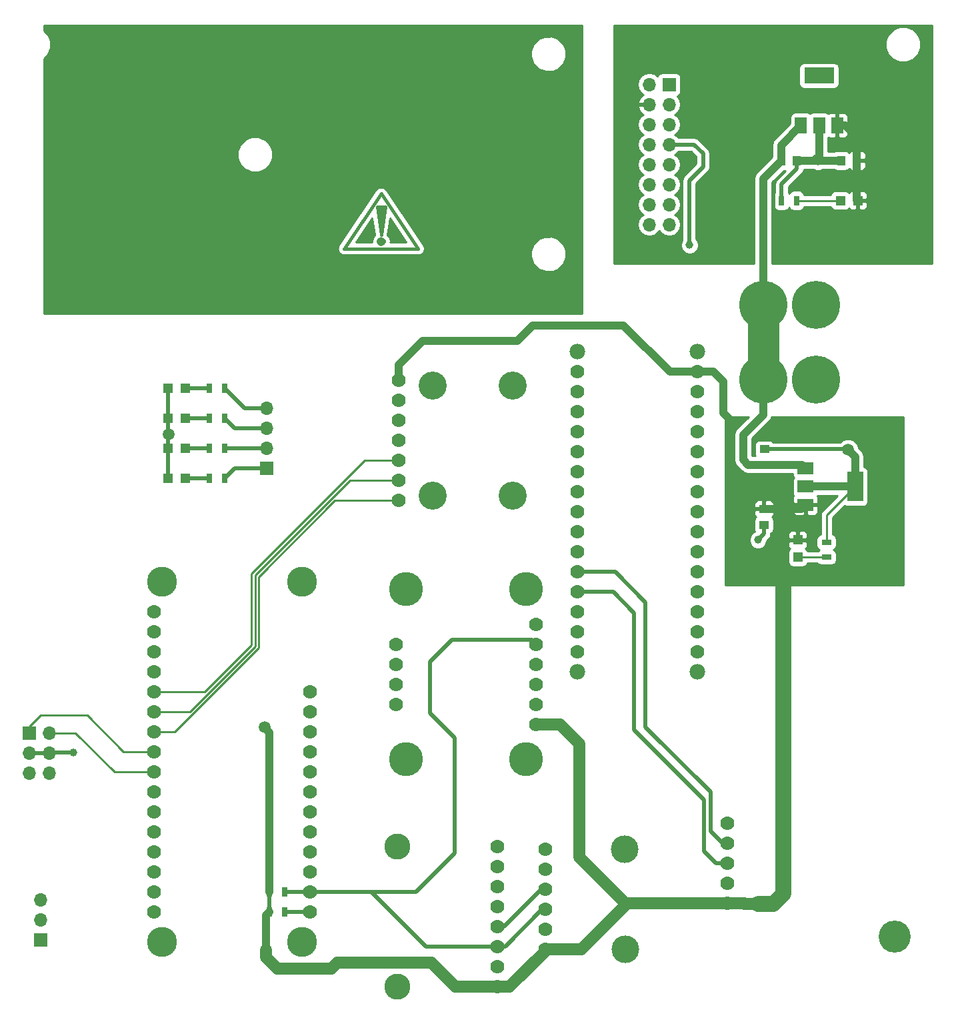
<source format=gtl>
G04 #@! TF.FileFunction,Copper,L1,Top,Signal*
%FSLAX46Y46*%
G04 Gerber Fmt 4.6, Leading zero omitted, Abs format (unit mm)*
G04 Created by KiCad (PCBNEW 4.0.7) date 04/19/18 21:13:34*
%MOMM*%
%LPD*%
G01*
G04 APERTURE LIST*
%ADD10C,0.100000*%
%ADD11C,0.381000*%
%ADD12C,1.778000*%
%ADD13C,3.810000*%
%ADD14C,1.981200*%
%ADD15R,2.000000X3.800000*%
%ADD16R,2.000000X1.500000*%
%ADD17R,1.700000X1.700000*%
%ADD18O,1.700000X1.700000*%
%ADD19R,3.800000X2.000000*%
%ADD20R,1.500000X2.000000*%
%ADD21R,0.700000X1.300000*%
%ADD22R,1.300000X0.700000*%
%ADD23R,1.200000X1.200000*%
%ADD24R,1.000000X1.250000*%
%ADD25R,1.250000X1.000000*%
%ADD26C,6.100000*%
%ADD27C,3.302000*%
%ADD28C,4.064000*%
%ADD29C,3.556000*%
%ADD30C,4.318000*%
%ADD31C,3.500000*%
%ADD32C,1.500000*%
%ADD33C,1.000000*%
%ADD34C,1.000000*%
%ADD35C,4.000000*%
%ADD36C,0.500000*%
%ADD37C,0.250000*%
%ADD38C,1.500000*%
%ADD39C,2.000000*%
%ADD40C,0.254000*%
G04 APERTURE END LIST*
D10*
D11*
X110236000Y-73533000D02*
X114935000Y-80518000D01*
X114935000Y-80518000D02*
X105537000Y-80518000D01*
X105537000Y-80518000D02*
X110236000Y-73533000D01*
X110363000Y-79629000D02*
G75*
G03X110363000Y-79629000I-127000J0D01*
G01*
X110595210Y-79629000D02*
G75*
G03X110595210Y-79629000I-359210J0D01*
G01*
X110236000Y-78740000D02*
X110109000Y-75184000D01*
X110236000Y-78613000D02*
X110363000Y-75184000D01*
X110236000Y-75184000D02*
X110744000Y-75184000D01*
X110744000Y-75184000D02*
X110236000Y-78740000D01*
X110236000Y-78740000D02*
X109728000Y-75184000D01*
X109728000Y-75184000D02*
X110236000Y-75184000D01*
D12*
X81381600Y-126593600D03*
X81381600Y-129133600D03*
X81381600Y-131673600D03*
X81381600Y-134213600D03*
X81381600Y-136753600D03*
X81381600Y-139293600D03*
X81381600Y-141833600D03*
X81381600Y-144373600D03*
X81381600Y-146913600D03*
X81381600Y-149453600D03*
X81381600Y-151993600D03*
X81381600Y-154533600D03*
X81381600Y-157073600D03*
X81381600Y-159613600D03*
X81381600Y-162153600D03*
D13*
X82397600Y-122783600D03*
X100177600Y-122783600D03*
X82397600Y-168503600D03*
X100177600Y-168503600D03*
D12*
X81381600Y-164693600D03*
X101193600Y-164693600D03*
X101193600Y-162153600D03*
X101193600Y-159613600D03*
X101193600Y-157073600D03*
X101193600Y-154533600D03*
X101193600Y-151993600D03*
X101193600Y-149453600D03*
X101193600Y-146913600D03*
X101193600Y-144373600D03*
X101193600Y-141833600D03*
X101193600Y-139293600D03*
X101193600Y-136753600D03*
X150368000Y-131724400D03*
X150368000Y-129184400D03*
X150368000Y-126644400D03*
X150368000Y-124104400D03*
X150368000Y-121564400D03*
X150368000Y-119024400D03*
X150368000Y-116484400D03*
X150368000Y-113944400D03*
X150368000Y-111404400D03*
X150368000Y-108864400D03*
X150368000Y-106324400D03*
X150368000Y-103784400D03*
X150368000Y-101244400D03*
X150368000Y-98704400D03*
X150368000Y-96164400D03*
X135128000Y-96164400D03*
X135128000Y-98704400D03*
X135128000Y-101244400D03*
X135128000Y-103784400D03*
X135128000Y-106324400D03*
X135128000Y-108864400D03*
X135128000Y-111404400D03*
X135128000Y-113944400D03*
X135128000Y-116484400D03*
X135128000Y-119024400D03*
X135128000Y-121564400D03*
X135128000Y-124104400D03*
X135128000Y-126644400D03*
X135128000Y-129184400D03*
X135128000Y-131724400D03*
D14*
X150368000Y-134264400D03*
X135128000Y-134264400D03*
X150368000Y-93624400D03*
X135128000Y-93624400D03*
D15*
X170434400Y-110718600D03*
D16*
X164134400Y-110718600D03*
X164134400Y-113018600D03*
X164134400Y-108418600D03*
D17*
X146812000Y-59690000D03*
D18*
X144272000Y-59690000D03*
X146812000Y-62230000D03*
X144272000Y-62230000D03*
X146812000Y-64770000D03*
X144272000Y-64770000D03*
X146812000Y-67310000D03*
X144272000Y-67310000D03*
X146812000Y-69850000D03*
X144272000Y-69850000D03*
X146812000Y-72390000D03*
X144272000Y-72390000D03*
X146812000Y-74930000D03*
X144272000Y-74930000D03*
X146812000Y-77470000D03*
X144272000Y-77470000D03*
D19*
X165862000Y-58572000D03*
D20*
X165862000Y-64872000D03*
X168162000Y-64872000D03*
X163562000Y-64872000D03*
D21*
X90332600Y-98221800D03*
X88432600Y-98221800D03*
X90332600Y-102031800D03*
X88432600Y-102031800D03*
X90332600Y-105841800D03*
X88432600Y-105841800D03*
X90332600Y-109651800D03*
X88432600Y-109651800D03*
X163002000Y-74422000D03*
X161102000Y-74422000D03*
D22*
X166789100Y-119669600D03*
X166789100Y-117769600D03*
D17*
X95732600Y-108381800D03*
D18*
X95732600Y-105841800D03*
X95732600Y-103301800D03*
X95732600Y-100761800D03*
D23*
X85402600Y-98221800D03*
X83202600Y-98221800D03*
X85402600Y-102031800D03*
X83202600Y-102031800D03*
X85402600Y-105841800D03*
X83202600Y-105841800D03*
X85402600Y-109651800D03*
X83202600Y-109651800D03*
X170772000Y-74422000D03*
X168572000Y-74422000D03*
X163156900Y-117479900D03*
X163156900Y-119679900D03*
D24*
X170672000Y-69342000D03*
X168672000Y-69342000D03*
D25*
X158864300Y-113554000D03*
X158864300Y-115554000D03*
D24*
X161052000Y-69342000D03*
X163052000Y-69342000D03*
D25*
X158915100Y-107959400D03*
X158915100Y-105959400D03*
D26*
X158750000Y-97155000D03*
X165450000Y-97155000D03*
X158750000Y-87630000D03*
X165450000Y-87630000D03*
D17*
X65582800Y-141986000D03*
D18*
X68122800Y-141986000D03*
X65582800Y-144526000D03*
X68122800Y-144526000D03*
X65582800Y-147066000D03*
X68122800Y-147066000D03*
D17*
X67005200Y-168300400D03*
D18*
X67005200Y-165760400D03*
X67005200Y-163220400D03*
D21*
X96078000Y-164693600D03*
X97978000Y-164693600D03*
X96078000Y-162153600D03*
X97978000Y-162153600D03*
D12*
X124968000Y-174180500D03*
X124968000Y-171640500D03*
X124968000Y-169100500D03*
X124968000Y-166560500D03*
X124968000Y-164020500D03*
X124968000Y-161480500D03*
X124968000Y-158940500D03*
X124968000Y-156400500D03*
D27*
X112268000Y-156400500D03*
X112268000Y-174180500D03*
D12*
X154178000Y-153466800D03*
X154178000Y-156006800D03*
X154178000Y-158546800D03*
X154178000Y-161086800D03*
X154178000Y-163626800D03*
D28*
X175463200Y-167843200D03*
D12*
X112471200Y-97256600D03*
X112471200Y-99796600D03*
X112471200Y-102336600D03*
X112471200Y-104876600D03*
X112471200Y-107416600D03*
X112471200Y-109956600D03*
X112471200Y-112496600D03*
D29*
X126949200Y-97891600D03*
X126949200Y-111861600D03*
X116789200Y-97891600D03*
X116789200Y-111861600D03*
D12*
X129946400Y-140893800D03*
X129946400Y-138353800D03*
X129946400Y-135813800D03*
X129946400Y-133273800D03*
X129946400Y-130733800D03*
X129946400Y-128193800D03*
X112166400Y-138353800D03*
X112166400Y-135813800D03*
X112166400Y-133273800D03*
X112166400Y-130733800D03*
D30*
X128676400Y-145338800D03*
X128676400Y-123748800D03*
X113436400Y-123748800D03*
X113436400Y-145338800D03*
D12*
X131064000Y-156768800D03*
X131064000Y-159308800D03*
X131064000Y-161848800D03*
X131064000Y-164388800D03*
X131064000Y-166928800D03*
X131064000Y-169468800D03*
D31*
X141214000Y-156768800D03*
X141224000Y-169468800D03*
D32*
X83286600Y-104063800D03*
D33*
X158115000Y-117475000D03*
D32*
X169545000Y-106045000D03*
X165735000Y-69215000D03*
X95440500Y-141287500D03*
D33*
X71120000Y-144462500D03*
X149415500Y-80073500D03*
D34*
X158750000Y-87630000D02*
X158750000Y-71644000D01*
X158750000Y-71644000D02*
X161052000Y-69342000D01*
D35*
X158750000Y-97155000D02*
X158750000Y-87630000D01*
D34*
X158915100Y-107959400D02*
X156854400Y-107959400D01*
X158750000Y-101600000D02*
X158750000Y-97155000D01*
X156210000Y-104140000D02*
X158750000Y-101600000D01*
X156210000Y-107315000D02*
X156210000Y-104140000D01*
X156854400Y-107959400D02*
X156210000Y-107315000D01*
X158915100Y-107959400D02*
X163675200Y-107959400D01*
X163675200Y-107959400D02*
X164134400Y-108418600D01*
X161052000Y-69342000D02*
X161052000Y-67382000D01*
X161052000Y-67382000D02*
X163562000Y-64872000D01*
D36*
X83202600Y-104317800D02*
X83202600Y-104147800D01*
X83202600Y-104147800D02*
X83286600Y-104063800D01*
X83202600Y-98221800D02*
X83202600Y-102031800D01*
X83202600Y-102031800D02*
X83202600Y-104317800D01*
X83202600Y-104317800D02*
X83202600Y-105841800D01*
X83202600Y-105841800D02*
X83202600Y-109651800D01*
X161102000Y-74422000D02*
X161102000Y-72324000D01*
X163052000Y-70374000D02*
X163052000Y-69342000D01*
X161102000Y-72324000D02*
X163052000Y-70374000D01*
X158864300Y-115554000D02*
X158864300Y-116725700D01*
X158864300Y-116725700D02*
X158115000Y-117475000D01*
X158915100Y-105959400D02*
X169459400Y-105959400D01*
D34*
X170434400Y-106934400D02*
X170434400Y-110718600D01*
X170434400Y-106934400D02*
X169545000Y-106045000D01*
D36*
X169459400Y-105959400D02*
X169545000Y-106045000D01*
D34*
X164134400Y-110718600D02*
X170434400Y-110718600D01*
X168672000Y-69342000D02*
X165862000Y-69342000D01*
X165862000Y-69342000D02*
X165735000Y-69215000D01*
X163052000Y-69342000D02*
X165608000Y-69342000D01*
X165862000Y-69088000D02*
X165735000Y-69215000D01*
X165862000Y-69088000D02*
X165862000Y-64872000D01*
X165608000Y-69342000D02*
X165735000Y-69215000D01*
D37*
X166789100Y-117769600D02*
X166789100Y-114363900D01*
X166789100Y-114363900D02*
X170434400Y-110718600D01*
D38*
X141554200Y-163626800D02*
X141274800Y-163626800D01*
X132956300Y-140893800D02*
X129946400Y-140893800D01*
X135445500Y-143383000D02*
X132956300Y-140893800D01*
X135445500Y-157797500D02*
X135445500Y-143383000D01*
X141274800Y-163626800D02*
X135445500Y-157797500D01*
D34*
X150368000Y-96164400D02*
X152425400Y-96164400D01*
X153670000Y-101346000D02*
X154559000Y-102235000D01*
X153670000Y-97409000D02*
X153670000Y-101346000D01*
X152425400Y-96164400D02*
X153670000Y-97409000D01*
X112471200Y-97256600D02*
X112471200Y-95237300D01*
X146900900Y-96164400D02*
X150368000Y-96164400D01*
X141033500Y-90297000D02*
X146900900Y-96164400D01*
X129476500Y-90297000D02*
X141033500Y-90297000D01*
X127571500Y-92202000D02*
X129476500Y-90297000D01*
X115506500Y-92202000D02*
X127571500Y-92202000D01*
X112471200Y-95237300D02*
X115506500Y-92202000D01*
X96078000Y-162153600D02*
X96078000Y-141925000D01*
X96078000Y-141925000D02*
X95440500Y-141287500D01*
X95631000Y-169545000D02*
X95631000Y-165140600D01*
D38*
X119697500Y-174180500D02*
X116649500Y-171132500D01*
X116649500Y-171132500D02*
X104648000Y-171132500D01*
X104648000Y-171132500D02*
X103886000Y-171894500D01*
X103886000Y-171894500D02*
X97028000Y-171894500D01*
X97028000Y-171894500D02*
X95631000Y-170497500D01*
X95631000Y-170497500D02*
X95631000Y-169545000D01*
X124968000Y-174180500D02*
X119697500Y-174180500D01*
D34*
X95631000Y-165140600D02*
X96078000Y-164693600D01*
D38*
X131064000Y-169468800D02*
X131064000Y-169672000D01*
X131064000Y-169672000D02*
X126555500Y-174180500D01*
X126555500Y-174180500D02*
X124968000Y-174180500D01*
X131064000Y-169468800D02*
X135712200Y-169468800D01*
X135712200Y-169468800D02*
X141554200Y-163626800D01*
X141554200Y-163626800D02*
X154178000Y-163626800D01*
D39*
X160083500Y-163703000D02*
X158115000Y-163703000D01*
D38*
X158115000Y-163703000D02*
X156400500Y-163703000D01*
X156400500Y-163703000D02*
X156324300Y-163626800D01*
X156324300Y-163626800D02*
X154178000Y-163626800D01*
D39*
X161353500Y-162433000D02*
X160083500Y-163703000D01*
X161353500Y-121031000D02*
X161353500Y-162433000D01*
D36*
X141554200Y-163626800D02*
X154178000Y-163626800D01*
X135712200Y-169468800D02*
X141554200Y-163626800D01*
X96078000Y-164693600D02*
X96078000Y-162153600D01*
X65582800Y-144526000D02*
X68122800Y-144526000D01*
X68122800Y-144526000D02*
X68186300Y-144462500D01*
X68186300Y-144462500D02*
X71120000Y-144462500D01*
D37*
X163156900Y-117479900D02*
X163156900Y-115595400D01*
X164134400Y-114617900D02*
X164134400Y-113018600D01*
X163156900Y-115595400D02*
X164134400Y-114617900D01*
D34*
X158864300Y-113554000D02*
X163599000Y-113554000D01*
X163599000Y-113554000D02*
X164134400Y-113018600D01*
X170672000Y-69342000D02*
X170672000Y-73660000D01*
X170672000Y-73660000D02*
X170672000Y-74322000D01*
X170672000Y-74322000D02*
X170772000Y-74422000D01*
X168162000Y-64872000D02*
X169189800Y-64872000D01*
X170672000Y-66354200D02*
X170672000Y-69342000D01*
X169189800Y-64872000D02*
X170672000Y-66354200D01*
D37*
X166789100Y-119669600D02*
X163167200Y-119669600D01*
X163167200Y-119669600D02*
X163156900Y-119679900D01*
X168572000Y-74422000D02*
X163002000Y-74422000D01*
D36*
X88432600Y-109651800D02*
X85402600Y-109651800D01*
X85402600Y-105841800D02*
X88432600Y-105841800D01*
X88432600Y-102031800D02*
X85402600Y-102031800D01*
X85402600Y-98221800D02*
X88432600Y-98221800D01*
D37*
X81381600Y-136753600D02*
X87843104Y-136753600D01*
X108163104Y-107416600D02*
X112471200Y-107416600D01*
X93778496Y-121801208D02*
X108163104Y-107416600D01*
X93778496Y-130818208D02*
X93778496Y-121801208D01*
X87843104Y-136753600D02*
X93778496Y-130818208D01*
X81381600Y-139293600D02*
X85939502Y-139293600D01*
X106259502Y-109956600D02*
X112471200Y-109956600D01*
X94228498Y-121987604D02*
X106259502Y-109956600D01*
X94228498Y-131004604D02*
X94228498Y-121987604D01*
X85939502Y-139293600D02*
X94228498Y-131004604D01*
X81381600Y-141833600D02*
X84035900Y-141833600D01*
X104355900Y-112496600D02*
X112471200Y-112496600D01*
X94678500Y-122174000D02*
X104355900Y-112496600D01*
X94678500Y-131191000D02*
X94678500Y-122174000D01*
X84035900Y-141833600D02*
X94678500Y-131191000D01*
X65582800Y-141986000D02*
X65582800Y-141173200D01*
X65582800Y-141173200D02*
X66992500Y-139763500D01*
X66992500Y-139763500D02*
X72898000Y-139763500D01*
X72898000Y-139763500D02*
X77508100Y-144373600D01*
X77508100Y-144373600D02*
X81381600Y-144373600D01*
X68122800Y-141986000D02*
X71437500Y-141986000D01*
X76365100Y-146913600D02*
X81381600Y-146913600D01*
X71437500Y-141986000D02*
X76365100Y-146913600D01*
D36*
X149987000Y-67310000D02*
X146812000Y-67310000D01*
X151130000Y-68453000D02*
X149987000Y-67310000D01*
X151130000Y-70104000D02*
X151130000Y-68453000D01*
X149352000Y-71882000D02*
X151130000Y-70104000D01*
X149352000Y-80010000D02*
X149352000Y-71882000D01*
X149415500Y-80073500D02*
X149352000Y-80010000D01*
X124968000Y-166560500D02*
X125857000Y-166560500D01*
X125857000Y-166560500D02*
X130568700Y-161848800D01*
X130568700Y-161848800D02*
X131064000Y-161848800D01*
X97978000Y-164693600D02*
X101193600Y-164693600D01*
X109004100Y-162153600D02*
X114642900Y-162153600D01*
X119253000Y-130175000D02*
X129387600Y-130175000D01*
X116459000Y-132969000D02*
X119253000Y-130175000D01*
X116459000Y-139509500D02*
X116459000Y-132969000D01*
X119570500Y-142621000D02*
X116459000Y-139509500D01*
X119570500Y-157226000D02*
X119570500Y-142621000D01*
X114642900Y-162153600D02*
X119570500Y-157226000D01*
X129387600Y-130175000D02*
X129946400Y-130733800D01*
X101193600Y-162153600D02*
X109004100Y-162153600D01*
X115951000Y-169100500D02*
X124968000Y-169100500D01*
X109004100Y-162153600D02*
X115951000Y-169100500D01*
X124968000Y-169100500D02*
X125984000Y-169100500D01*
X125984000Y-169100500D02*
X130695700Y-164388800D01*
X130695700Y-164388800D02*
X131064000Y-164388800D01*
X97978000Y-162153600D02*
X101193600Y-162153600D01*
X95732600Y-108381800D02*
X91602600Y-108381800D01*
X91602600Y-108381800D02*
X90332600Y-109651800D01*
X95732600Y-105841800D02*
X90332600Y-105841800D01*
X95732600Y-103301800D02*
X91602600Y-103301800D01*
X91602600Y-103301800D02*
X90332600Y-102031800D01*
X95732600Y-100761800D02*
X92872600Y-100761800D01*
X92872600Y-100761800D02*
X90332600Y-98221800D01*
X154178000Y-156006800D02*
X153593800Y-156006800D01*
X153593800Y-156006800D02*
X152082500Y-154495500D01*
X152082500Y-154495500D02*
X152082500Y-149479000D01*
X152082500Y-149479000D02*
X143827500Y-141224000D01*
X143827500Y-141224000D02*
X143827500Y-125412500D01*
X143827500Y-125412500D02*
X139979400Y-121564400D01*
X139979400Y-121564400D02*
X135128000Y-121564400D01*
X154178000Y-158546800D02*
X152768300Y-158546800D01*
X139725400Y-124104400D02*
X135128000Y-124104400D01*
X142367000Y-126746000D02*
X139725400Y-124104400D01*
X142367000Y-141605000D02*
X142367000Y-126746000D01*
X151257000Y-150495000D02*
X142367000Y-141605000D01*
X151257000Y-157035500D02*
X151257000Y-150495000D01*
X152768300Y-158546800D02*
X151257000Y-157035500D01*
D40*
G36*
X180213000Y-82423000D02*
X159885000Y-82423000D01*
X159885000Y-72114132D01*
X161384692Y-70614440D01*
X161552000Y-70614440D01*
X161561830Y-70612590D01*
X160476210Y-71698210D01*
X160284367Y-71985325D01*
X160284367Y-71985326D01*
X160216999Y-72324000D01*
X160217000Y-72324005D01*
X160217000Y-73430203D01*
X160155569Y-73520110D01*
X160104560Y-73772000D01*
X160104560Y-75072000D01*
X160148838Y-75307317D01*
X160287910Y-75523441D01*
X160500110Y-75668431D01*
X160752000Y-75719440D01*
X161452000Y-75719440D01*
X161687317Y-75675162D01*
X161903441Y-75536090D01*
X162048431Y-75323890D01*
X162051081Y-75310803D01*
X162187910Y-75523441D01*
X162400110Y-75668431D01*
X162652000Y-75719440D01*
X163352000Y-75719440D01*
X163587317Y-75675162D01*
X163803441Y-75536090D01*
X163948431Y-75323890D01*
X163977164Y-75182000D01*
X167354666Y-75182000D01*
X167368838Y-75257317D01*
X167507910Y-75473441D01*
X167720110Y-75618431D01*
X167972000Y-75669440D01*
X169172000Y-75669440D01*
X169407317Y-75625162D01*
X169623441Y-75486090D01*
X169669969Y-75417994D01*
X169812302Y-75560327D01*
X170045691Y-75657000D01*
X170486250Y-75657000D01*
X170645000Y-75498250D01*
X170645000Y-74549000D01*
X170899000Y-74549000D01*
X170899000Y-75498250D01*
X171057750Y-75657000D01*
X171498309Y-75657000D01*
X171731698Y-75560327D01*
X171910327Y-75381699D01*
X172007000Y-75148310D01*
X172007000Y-74707750D01*
X171848250Y-74549000D01*
X170899000Y-74549000D01*
X170645000Y-74549000D01*
X170625000Y-74549000D01*
X170625000Y-74295000D01*
X170645000Y-74295000D01*
X170645000Y-73345750D01*
X170899000Y-73345750D01*
X170899000Y-74295000D01*
X171848250Y-74295000D01*
X172007000Y-74136250D01*
X172007000Y-73695690D01*
X171910327Y-73462301D01*
X171731698Y-73283673D01*
X171498309Y-73187000D01*
X171057750Y-73187000D01*
X170899000Y-73345750D01*
X170645000Y-73345750D01*
X170486250Y-73187000D01*
X170045691Y-73187000D01*
X169812302Y-73283673D01*
X169671064Y-73424910D01*
X169636090Y-73370559D01*
X169423890Y-73225569D01*
X169172000Y-73174560D01*
X167972000Y-73174560D01*
X167736683Y-73218838D01*
X167520559Y-73357910D01*
X167375569Y-73570110D01*
X167356961Y-73662000D01*
X163978742Y-73662000D01*
X163955162Y-73536683D01*
X163816090Y-73320559D01*
X163603890Y-73175569D01*
X163352000Y-73124560D01*
X162652000Y-73124560D01*
X162416683Y-73168838D01*
X162200559Y-73307910D01*
X162055569Y-73520110D01*
X162052919Y-73533197D01*
X161987000Y-73430756D01*
X161987000Y-72690580D01*
X163677787Y-70999792D01*
X163677790Y-70999790D01*
X163869633Y-70712675D01*
X163914225Y-70488499D01*
X163932095Y-70477000D01*
X165162662Y-70477000D01*
X165458298Y-70599759D01*
X166009285Y-70600240D01*
X166307549Y-70477000D01*
X167793614Y-70477000D01*
X167920110Y-70563431D01*
X168172000Y-70614440D01*
X169172000Y-70614440D01*
X169407317Y-70570162D01*
X169623441Y-70431090D01*
X169669969Y-70362994D01*
X169812302Y-70505327D01*
X170045691Y-70602000D01*
X170386250Y-70602000D01*
X170545000Y-70443250D01*
X170545000Y-69469000D01*
X170799000Y-69469000D01*
X170799000Y-70443250D01*
X170957750Y-70602000D01*
X171298309Y-70602000D01*
X171531698Y-70505327D01*
X171710327Y-70326699D01*
X171807000Y-70093310D01*
X171807000Y-69627750D01*
X171648250Y-69469000D01*
X170799000Y-69469000D01*
X170545000Y-69469000D01*
X170525000Y-69469000D01*
X170525000Y-69215000D01*
X170545000Y-69215000D01*
X170545000Y-68240750D01*
X170799000Y-68240750D01*
X170799000Y-69215000D01*
X171648250Y-69215000D01*
X171807000Y-69056250D01*
X171807000Y-68590690D01*
X171710327Y-68357301D01*
X171531698Y-68178673D01*
X171298309Y-68082000D01*
X170957750Y-68082000D01*
X170799000Y-68240750D01*
X170545000Y-68240750D01*
X170386250Y-68082000D01*
X170045691Y-68082000D01*
X169812302Y-68178673D01*
X169671064Y-68319910D01*
X169636090Y-68265559D01*
X169423890Y-68120569D01*
X169172000Y-68069560D01*
X168172000Y-68069560D01*
X167936683Y-68113838D01*
X167791905Y-68207000D01*
X166997000Y-68207000D01*
X166997000Y-66378844D01*
X167011492Y-66369518D01*
X167052301Y-66410327D01*
X167285690Y-66507000D01*
X167876250Y-66507000D01*
X168035000Y-66348250D01*
X168035000Y-64999000D01*
X168289000Y-64999000D01*
X168289000Y-66348250D01*
X168447750Y-66507000D01*
X169038310Y-66507000D01*
X169271699Y-66410327D01*
X169450327Y-66231698D01*
X169547000Y-65998309D01*
X169547000Y-65157750D01*
X169388250Y-64999000D01*
X168289000Y-64999000D01*
X168035000Y-64999000D01*
X168015000Y-64999000D01*
X168015000Y-64745000D01*
X168035000Y-64745000D01*
X168035000Y-63395750D01*
X168289000Y-63395750D01*
X168289000Y-64745000D01*
X169388250Y-64745000D01*
X169547000Y-64586250D01*
X169547000Y-63745691D01*
X169450327Y-63512302D01*
X169271699Y-63333673D01*
X169038310Y-63237000D01*
X168447750Y-63237000D01*
X168289000Y-63395750D01*
X168035000Y-63395750D01*
X167876250Y-63237000D01*
X167285690Y-63237000D01*
X167052301Y-63333673D01*
X167010340Y-63375634D01*
X166863890Y-63275569D01*
X166612000Y-63224560D01*
X165112000Y-63224560D01*
X164876683Y-63268838D01*
X164710523Y-63375759D01*
X164563890Y-63275569D01*
X164312000Y-63224560D01*
X162812000Y-63224560D01*
X162576683Y-63268838D01*
X162360559Y-63407910D01*
X162215569Y-63620110D01*
X162164560Y-63872000D01*
X162164560Y-64664308D01*
X160249434Y-66579434D01*
X160003397Y-66947654D01*
X159917000Y-67382000D01*
X159917000Y-68655569D01*
X159904560Y-68717000D01*
X159904560Y-68884308D01*
X157947434Y-70841434D01*
X157701397Y-71209654D01*
X157615000Y-71644000D01*
X157615000Y-82423000D01*
X139827000Y-82423000D01*
X139827000Y-59690000D01*
X142757907Y-59690000D01*
X142870946Y-60258285D01*
X143192853Y-60740054D01*
X143533553Y-60967702D01*
X143390642Y-61034817D01*
X143000355Y-61463076D01*
X142830524Y-61873110D01*
X142951845Y-62103000D01*
X144145000Y-62103000D01*
X144145000Y-62083000D01*
X144399000Y-62083000D01*
X144399000Y-62103000D01*
X144419000Y-62103000D01*
X144419000Y-62357000D01*
X144399000Y-62357000D01*
X144399000Y-62377000D01*
X144145000Y-62377000D01*
X144145000Y-62357000D01*
X142951845Y-62357000D01*
X142830524Y-62586890D01*
X143000355Y-62996924D01*
X143390642Y-63425183D01*
X143533553Y-63492298D01*
X143192853Y-63719946D01*
X142870946Y-64201715D01*
X142757907Y-64770000D01*
X142870946Y-65338285D01*
X143192853Y-65820054D01*
X143522026Y-66040000D01*
X143192853Y-66259946D01*
X142870946Y-66741715D01*
X142757907Y-67310000D01*
X142870946Y-67878285D01*
X143192853Y-68360054D01*
X143522026Y-68580000D01*
X143192853Y-68799946D01*
X142870946Y-69281715D01*
X142757907Y-69850000D01*
X142870946Y-70418285D01*
X143192853Y-70900054D01*
X143522026Y-71120000D01*
X143192853Y-71339946D01*
X142870946Y-71821715D01*
X142757907Y-72390000D01*
X142870946Y-72958285D01*
X143192853Y-73440054D01*
X143522026Y-73660000D01*
X143192853Y-73879946D01*
X142870946Y-74361715D01*
X142757907Y-74930000D01*
X142870946Y-75498285D01*
X143192853Y-75980054D01*
X143522026Y-76200000D01*
X143192853Y-76419946D01*
X142870946Y-76901715D01*
X142757907Y-77470000D01*
X142870946Y-78038285D01*
X143192853Y-78520054D01*
X143674622Y-78841961D01*
X144242907Y-78955000D01*
X144301093Y-78955000D01*
X144869378Y-78841961D01*
X145351147Y-78520054D01*
X145542000Y-78234422D01*
X145732853Y-78520054D01*
X146214622Y-78841961D01*
X146782907Y-78955000D01*
X146841093Y-78955000D01*
X147409378Y-78841961D01*
X147891147Y-78520054D01*
X148213054Y-78038285D01*
X148326093Y-77470000D01*
X148213054Y-76901715D01*
X147891147Y-76419946D01*
X147561974Y-76200000D01*
X147891147Y-75980054D01*
X148213054Y-75498285D01*
X148326093Y-74930000D01*
X148213054Y-74361715D01*
X147891147Y-73879946D01*
X147561974Y-73660000D01*
X147891147Y-73440054D01*
X148213054Y-72958285D01*
X148326093Y-72390000D01*
X148213054Y-71821715D01*
X147891147Y-71339946D01*
X147561974Y-71120000D01*
X147891147Y-70900054D01*
X148213054Y-70418285D01*
X148326093Y-69850000D01*
X148213054Y-69281715D01*
X147891147Y-68799946D01*
X147561974Y-68580000D01*
X147891147Y-68360054D01*
X148001432Y-68195000D01*
X149620420Y-68195000D01*
X150245000Y-68819579D01*
X150245000Y-69737421D01*
X148726210Y-71256210D01*
X148534367Y-71543325D01*
X148534367Y-71543326D01*
X148466999Y-71882000D01*
X148467000Y-71882005D01*
X148467000Y-79416613D01*
X148453855Y-79429735D01*
X148280697Y-79846744D01*
X148280303Y-80298275D01*
X148452733Y-80715586D01*
X148771735Y-81035145D01*
X149188744Y-81208303D01*
X149640275Y-81208697D01*
X150057586Y-81036267D01*
X150377145Y-80717265D01*
X150550303Y-80300256D01*
X150550697Y-79848725D01*
X150378267Y-79431414D01*
X150237000Y-79289900D01*
X150237000Y-72248580D01*
X151755787Y-70729792D01*
X151755790Y-70729790D01*
X151947633Y-70442675D01*
X151983253Y-70263603D01*
X152015001Y-70104000D01*
X152015000Y-70103995D01*
X152015000Y-68453005D01*
X152015001Y-68453000D01*
X151947633Y-68114325D01*
X151897568Y-68039397D01*
X151755790Y-67827210D01*
X151755787Y-67827208D01*
X150612790Y-66684210D01*
X150325675Y-66492367D01*
X150269484Y-66481190D01*
X149987000Y-66424999D01*
X149986995Y-66425000D01*
X148001432Y-66425000D01*
X147891147Y-66259946D01*
X147561974Y-66040000D01*
X147891147Y-65820054D01*
X148213054Y-65338285D01*
X148326093Y-64770000D01*
X148213054Y-64201715D01*
X147891147Y-63719946D01*
X147561974Y-63500000D01*
X147891147Y-63280054D01*
X148213054Y-62798285D01*
X148326093Y-62230000D01*
X148213054Y-61661715D01*
X147891147Y-61179946D01*
X147849548Y-61152150D01*
X147897317Y-61143162D01*
X148113441Y-61004090D01*
X148258431Y-60791890D01*
X148309440Y-60540000D01*
X148309440Y-58840000D01*
X148265162Y-58604683D01*
X148126090Y-58388559D01*
X147913890Y-58243569D01*
X147662000Y-58192560D01*
X145962000Y-58192560D01*
X145726683Y-58236838D01*
X145510559Y-58375910D01*
X145365569Y-58588110D01*
X145354159Y-58644454D01*
X145351147Y-58639946D01*
X144869378Y-58318039D01*
X144301093Y-58205000D01*
X144242907Y-58205000D01*
X143674622Y-58318039D01*
X143192853Y-58639946D01*
X142870946Y-59121715D01*
X142757907Y-59690000D01*
X139827000Y-59690000D01*
X139827000Y-57572000D01*
X163314560Y-57572000D01*
X163314560Y-59572000D01*
X163358838Y-59807317D01*
X163497910Y-60023441D01*
X163710110Y-60168431D01*
X163962000Y-60219440D01*
X167762000Y-60219440D01*
X167997317Y-60175162D01*
X168213441Y-60036090D01*
X168358431Y-59823890D01*
X168409440Y-59572000D01*
X168409440Y-57572000D01*
X168365162Y-57336683D01*
X168226090Y-57120559D01*
X168013890Y-56975569D01*
X167762000Y-56924560D01*
X163962000Y-56924560D01*
X163726683Y-56968838D01*
X163510559Y-57107910D01*
X163365569Y-57320110D01*
X163314560Y-57572000D01*
X139827000Y-57572000D01*
X139827000Y-55052619D01*
X174294613Y-55052619D01*
X174634155Y-55874372D01*
X175262321Y-56503636D01*
X176083481Y-56844611D01*
X176972619Y-56845387D01*
X177794372Y-56505845D01*
X178423636Y-55877679D01*
X178764611Y-55056519D01*
X178765387Y-54167381D01*
X178425845Y-53345628D01*
X177797679Y-52716364D01*
X176976519Y-52375389D01*
X176087381Y-52374613D01*
X175265628Y-52714155D01*
X174636364Y-53342321D01*
X174295389Y-54163481D01*
X174294613Y-55052619D01*
X139827000Y-55052619D01*
X139827000Y-52197000D01*
X180213000Y-52197000D01*
X180213000Y-82423000D01*
X180213000Y-82423000D01*
G37*
X180213000Y-82423000D02*
X159885000Y-82423000D01*
X159885000Y-72114132D01*
X161384692Y-70614440D01*
X161552000Y-70614440D01*
X161561830Y-70612590D01*
X160476210Y-71698210D01*
X160284367Y-71985325D01*
X160284367Y-71985326D01*
X160216999Y-72324000D01*
X160217000Y-72324005D01*
X160217000Y-73430203D01*
X160155569Y-73520110D01*
X160104560Y-73772000D01*
X160104560Y-75072000D01*
X160148838Y-75307317D01*
X160287910Y-75523441D01*
X160500110Y-75668431D01*
X160752000Y-75719440D01*
X161452000Y-75719440D01*
X161687317Y-75675162D01*
X161903441Y-75536090D01*
X162048431Y-75323890D01*
X162051081Y-75310803D01*
X162187910Y-75523441D01*
X162400110Y-75668431D01*
X162652000Y-75719440D01*
X163352000Y-75719440D01*
X163587317Y-75675162D01*
X163803441Y-75536090D01*
X163948431Y-75323890D01*
X163977164Y-75182000D01*
X167354666Y-75182000D01*
X167368838Y-75257317D01*
X167507910Y-75473441D01*
X167720110Y-75618431D01*
X167972000Y-75669440D01*
X169172000Y-75669440D01*
X169407317Y-75625162D01*
X169623441Y-75486090D01*
X169669969Y-75417994D01*
X169812302Y-75560327D01*
X170045691Y-75657000D01*
X170486250Y-75657000D01*
X170645000Y-75498250D01*
X170645000Y-74549000D01*
X170899000Y-74549000D01*
X170899000Y-75498250D01*
X171057750Y-75657000D01*
X171498309Y-75657000D01*
X171731698Y-75560327D01*
X171910327Y-75381699D01*
X172007000Y-75148310D01*
X172007000Y-74707750D01*
X171848250Y-74549000D01*
X170899000Y-74549000D01*
X170645000Y-74549000D01*
X170625000Y-74549000D01*
X170625000Y-74295000D01*
X170645000Y-74295000D01*
X170645000Y-73345750D01*
X170899000Y-73345750D01*
X170899000Y-74295000D01*
X171848250Y-74295000D01*
X172007000Y-74136250D01*
X172007000Y-73695690D01*
X171910327Y-73462301D01*
X171731698Y-73283673D01*
X171498309Y-73187000D01*
X171057750Y-73187000D01*
X170899000Y-73345750D01*
X170645000Y-73345750D01*
X170486250Y-73187000D01*
X170045691Y-73187000D01*
X169812302Y-73283673D01*
X169671064Y-73424910D01*
X169636090Y-73370559D01*
X169423890Y-73225569D01*
X169172000Y-73174560D01*
X167972000Y-73174560D01*
X167736683Y-73218838D01*
X167520559Y-73357910D01*
X167375569Y-73570110D01*
X167356961Y-73662000D01*
X163978742Y-73662000D01*
X163955162Y-73536683D01*
X163816090Y-73320559D01*
X163603890Y-73175569D01*
X163352000Y-73124560D01*
X162652000Y-73124560D01*
X162416683Y-73168838D01*
X162200559Y-73307910D01*
X162055569Y-73520110D01*
X162052919Y-73533197D01*
X161987000Y-73430756D01*
X161987000Y-72690580D01*
X163677787Y-70999792D01*
X163677790Y-70999790D01*
X163869633Y-70712675D01*
X163914225Y-70488499D01*
X163932095Y-70477000D01*
X165162662Y-70477000D01*
X165458298Y-70599759D01*
X166009285Y-70600240D01*
X166307549Y-70477000D01*
X167793614Y-70477000D01*
X167920110Y-70563431D01*
X168172000Y-70614440D01*
X169172000Y-70614440D01*
X169407317Y-70570162D01*
X169623441Y-70431090D01*
X169669969Y-70362994D01*
X169812302Y-70505327D01*
X170045691Y-70602000D01*
X170386250Y-70602000D01*
X170545000Y-70443250D01*
X170545000Y-69469000D01*
X170799000Y-69469000D01*
X170799000Y-70443250D01*
X170957750Y-70602000D01*
X171298309Y-70602000D01*
X171531698Y-70505327D01*
X171710327Y-70326699D01*
X171807000Y-70093310D01*
X171807000Y-69627750D01*
X171648250Y-69469000D01*
X170799000Y-69469000D01*
X170545000Y-69469000D01*
X170525000Y-69469000D01*
X170525000Y-69215000D01*
X170545000Y-69215000D01*
X170545000Y-68240750D01*
X170799000Y-68240750D01*
X170799000Y-69215000D01*
X171648250Y-69215000D01*
X171807000Y-69056250D01*
X171807000Y-68590690D01*
X171710327Y-68357301D01*
X171531698Y-68178673D01*
X171298309Y-68082000D01*
X170957750Y-68082000D01*
X170799000Y-68240750D01*
X170545000Y-68240750D01*
X170386250Y-68082000D01*
X170045691Y-68082000D01*
X169812302Y-68178673D01*
X169671064Y-68319910D01*
X169636090Y-68265559D01*
X169423890Y-68120569D01*
X169172000Y-68069560D01*
X168172000Y-68069560D01*
X167936683Y-68113838D01*
X167791905Y-68207000D01*
X166997000Y-68207000D01*
X166997000Y-66378844D01*
X167011492Y-66369518D01*
X167052301Y-66410327D01*
X167285690Y-66507000D01*
X167876250Y-66507000D01*
X168035000Y-66348250D01*
X168035000Y-64999000D01*
X168289000Y-64999000D01*
X168289000Y-66348250D01*
X168447750Y-66507000D01*
X169038310Y-66507000D01*
X169271699Y-66410327D01*
X169450327Y-66231698D01*
X169547000Y-65998309D01*
X169547000Y-65157750D01*
X169388250Y-64999000D01*
X168289000Y-64999000D01*
X168035000Y-64999000D01*
X168015000Y-64999000D01*
X168015000Y-64745000D01*
X168035000Y-64745000D01*
X168035000Y-63395750D01*
X168289000Y-63395750D01*
X168289000Y-64745000D01*
X169388250Y-64745000D01*
X169547000Y-64586250D01*
X169547000Y-63745691D01*
X169450327Y-63512302D01*
X169271699Y-63333673D01*
X169038310Y-63237000D01*
X168447750Y-63237000D01*
X168289000Y-63395750D01*
X168035000Y-63395750D01*
X167876250Y-63237000D01*
X167285690Y-63237000D01*
X167052301Y-63333673D01*
X167010340Y-63375634D01*
X166863890Y-63275569D01*
X166612000Y-63224560D01*
X165112000Y-63224560D01*
X164876683Y-63268838D01*
X164710523Y-63375759D01*
X164563890Y-63275569D01*
X164312000Y-63224560D01*
X162812000Y-63224560D01*
X162576683Y-63268838D01*
X162360559Y-63407910D01*
X162215569Y-63620110D01*
X162164560Y-63872000D01*
X162164560Y-64664308D01*
X160249434Y-66579434D01*
X160003397Y-66947654D01*
X159917000Y-67382000D01*
X159917000Y-68655569D01*
X159904560Y-68717000D01*
X159904560Y-68884308D01*
X157947434Y-70841434D01*
X157701397Y-71209654D01*
X157615000Y-71644000D01*
X157615000Y-82423000D01*
X139827000Y-82423000D01*
X139827000Y-59690000D01*
X142757907Y-59690000D01*
X142870946Y-60258285D01*
X143192853Y-60740054D01*
X143533553Y-60967702D01*
X143390642Y-61034817D01*
X143000355Y-61463076D01*
X142830524Y-61873110D01*
X142951845Y-62103000D01*
X144145000Y-62103000D01*
X144145000Y-62083000D01*
X144399000Y-62083000D01*
X144399000Y-62103000D01*
X144419000Y-62103000D01*
X144419000Y-62357000D01*
X144399000Y-62357000D01*
X144399000Y-62377000D01*
X144145000Y-62377000D01*
X144145000Y-62357000D01*
X142951845Y-62357000D01*
X142830524Y-62586890D01*
X143000355Y-62996924D01*
X143390642Y-63425183D01*
X143533553Y-63492298D01*
X143192853Y-63719946D01*
X142870946Y-64201715D01*
X142757907Y-64770000D01*
X142870946Y-65338285D01*
X143192853Y-65820054D01*
X143522026Y-66040000D01*
X143192853Y-66259946D01*
X142870946Y-66741715D01*
X142757907Y-67310000D01*
X142870946Y-67878285D01*
X143192853Y-68360054D01*
X143522026Y-68580000D01*
X143192853Y-68799946D01*
X142870946Y-69281715D01*
X142757907Y-69850000D01*
X142870946Y-70418285D01*
X143192853Y-70900054D01*
X143522026Y-71120000D01*
X143192853Y-71339946D01*
X142870946Y-71821715D01*
X142757907Y-72390000D01*
X142870946Y-72958285D01*
X143192853Y-73440054D01*
X143522026Y-73660000D01*
X143192853Y-73879946D01*
X142870946Y-74361715D01*
X142757907Y-74930000D01*
X142870946Y-75498285D01*
X143192853Y-75980054D01*
X143522026Y-76200000D01*
X143192853Y-76419946D01*
X142870946Y-76901715D01*
X142757907Y-77470000D01*
X142870946Y-78038285D01*
X143192853Y-78520054D01*
X143674622Y-78841961D01*
X144242907Y-78955000D01*
X144301093Y-78955000D01*
X144869378Y-78841961D01*
X145351147Y-78520054D01*
X145542000Y-78234422D01*
X145732853Y-78520054D01*
X146214622Y-78841961D01*
X146782907Y-78955000D01*
X146841093Y-78955000D01*
X147409378Y-78841961D01*
X147891147Y-78520054D01*
X148213054Y-78038285D01*
X148326093Y-77470000D01*
X148213054Y-76901715D01*
X147891147Y-76419946D01*
X147561974Y-76200000D01*
X147891147Y-75980054D01*
X148213054Y-75498285D01*
X148326093Y-74930000D01*
X148213054Y-74361715D01*
X147891147Y-73879946D01*
X147561974Y-73660000D01*
X147891147Y-73440054D01*
X148213054Y-72958285D01*
X148326093Y-72390000D01*
X148213054Y-71821715D01*
X147891147Y-71339946D01*
X147561974Y-71120000D01*
X147891147Y-70900054D01*
X148213054Y-70418285D01*
X148326093Y-69850000D01*
X148213054Y-69281715D01*
X147891147Y-68799946D01*
X147561974Y-68580000D01*
X147891147Y-68360054D01*
X148001432Y-68195000D01*
X149620420Y-68195000D01*
X150245000Y-68819579D01*
X150245000Y-69737421D01*
X148726210Y-71256210D01*
X148534367Y-71543325D01*
X148534367Y-71543326D01*
X148466999Y-71882000D01*
X148467000Y-71882005D01*
X148467000Y-79416613D01*
X148453855Y-79429735D01*
X148280697Y-79846744D01*
X148280303Y-80298275D01*
X148452733Y-80715586D01*
X148771735Y-81035145D01*
X149188744Y-81208303D01*
X149640275Y-81208697D01*
X150057586Y-81036267D01*
X150377145Y-80717265D01*
X150550303Y-80300256D01*
X150550697Y-79848725D01*
X150378267Y-79431414D01*
X150237000Y-79289900D01*
X150237000Y-72248580D01*
X151755787Y-70729792D01*
X151755790Y-70729790D01*
X151947633Y-70442675D01*
X151983253Y-70263603D01*
X152015001Y-70104000D01*
X152015000Y-70103995D01*
X152015000Y-68453005D01*
X152015001Y-68453000D01*
X151947633Y-68114325D01*
X151897568Y-68039397D01*
X151755790Y-67827210D01*
X151755787Y-67827208D01*
X150612790Y-66684210D01*
X150325675Y-66492367D01*
X150269484Y-66481190D01*
X149987000Y-66424999D01*
X149986995Y-66425000D01*
X148001432Y-66425000D01*
X147891147Y-66259946D01*
X147561974Y-66040000D01*
X147891147Y-65820054D01*
X148213054Y-65338285D01*
X148326093Y-64770000D01*
X148213054Y-64201715D01*
X147891147Y-63719946D01*
X147561974Y-63500000D01*
X147891147Y-63280054D01*
X148213054Y-62798285D01*
X148326093Y-62230000D01*
X148213054Y-61661715D01*
X147891147Y-61179946D01*
X147849548Y-61152150D01*
X147897317Y-61143162D01*
X148113441Y-61004090D01*
X148258431Y-60791890D01*
X148309440Y-60540000D01*
X148309440Y-58840000D01*
X148265162Y-58604683D01*
X148126090Y-58388559D01*
X147913890Y-58243569D01*
X147662000Y-58192560D01*
X145962000Y-58192560D01*
X145726683Y-58236838D01*
X145510559Y-58375910D01*
X145365569Y-58588110D01*
X145354159Y-58644454D01*
X145351147Y-58639946D01*
X144869378Y-58318039D01*
X144301093Y-58205000D01*
X144242907Y-58205000D01*
X143674622Y-58318039D01*
X143192853Y-58639946D01*
X142870946Y-59121715D01*
X142757907Y-59690000D01*
X139827000Y-59690000D01*
X139827000Y-57572000D01*
X163314560Y-57572000D01*
X163314560Y-59572000D01*
X163358838Y-59807317D01*
X163497910Y-60023441D01*
X163710110Y-60168431D01*
X163962000Y-60219440D01*
X167762000Y-60219440D01*
X167997317Y-60175162D01*
X168213441Y-60036090D01*
X168358431Y-59823890D01*
X168409440Y-59572000D01*
X168409440Y-57572000D01*
X168365162Y-57336683D01*
X168226090Y-57120559D01*
X168013890Y-56975569D01*
X167762000Y-56924560D01*
X163962000Y-56924560D01*
X163726683Y-56968838D01*
X163510559Y-57107910D01*
X163365569Y-57320110D01*
X163314560Y-57572000D01*
X139827000Y-57572000D01*
X139827000Y-55052619D01*
X174294613Y-55052619D01*
X174634155Y-55874372D01*
X175262321Y-56503636D01*
X176083481Y-56844611D01*
X176972619Y-56845387D01*
X177794372Y-56505845D01*
X178423636Y-55877679D01*
X178764611Y-55056519D01*
X178765387Y-54167381D01*
X178425845Y-53345628D01*
X177797679Y-52716364D01*
X176976519Y-52375389D01*
X176087381Y-52374613D01*
X175265628Y-52714155D01*
X174636364Y-53342321D01*
X174295389Y-54163481D01*
X174294613Y-55052619D01*
X139827000Y-55052619D01*
X139827000Y-52197000D01*
X180213000Y-52197000D01*
X180213000Y-82423000D01*
G36*
X155407434Y-103337434D02*
X155161397Y-103705654D01*
X155075000Y-104140000D01*
X155075000Y-107315000D01*
X155161397Y-107749346D01*
X155407434Y-108117566D01*
X156051834Y-108761966D01*
X156420054Y-109008003D01*
X156854400Y-109094400D01*
X158228669Y-109094400D01*
X158290100Y-109106840D01*
X159540100Y-109106840D01*
X159606213Y-109094400D01*
X162486960Y-109094400D01*
X162486960Y-109168600D01*
X162531238Y-109403917D01*
X162638159Y-109570077D01*
X162537969Y-109716710D01*
X162486960Y-109968600D01*
X162486960Y-111468600D01*
X162531238Y-111703917D01*
X162636882Y-111868092D01*
X162596073Y-111908901D01*
X162499400Y-112142290D01*
X162499400Y-112732850D01*
X162658150Y-112891600D01*
X164007400Y-112891600D01*
X164007400Y-112871600D01*
X164261400Y-112871600D01*
X164261400Y-112891600D01*
X165610650Y-112891600D01*
X165769400Y-112732850D01*
X165769400Y-112142290D01*
X165672727Y-111908901D01*
X165630766Y-111866940D01*
X165639881Y-111853600D01*
X168224598Y-111853600D01*
X166251699Y-113826499D01*
X166086952Y-114073061D01*
X166029100Y-114363900D01*
X166029100Y-116792858D01*
X165903783Y-116816438D01*
X165687659Y-116955510D01*
X165542669Y-117167710D01*
X165491660Y-117419600D01*
X165491660Y-118119600D01*
X165535938Y-118354917D01*
X165675010Y-118571041D01*
X165887210Y-118716031D01*
X165900297Y-118718681D01*
X165687659Y-118855510D01*
X165650701Y-118909600D01*
X164372296Y-118909600D01*
X164360062Y-118844583D01*
X164220990Y-118628459D01*
X164152894Y-118581931D01*
X164295227Y-118439598D01*
X164391900Y-118206209D01*
X164391900Y-117765650D01*
X164233150Y-117606900D01*
X163283900Y-117606900D01*
X163283900Y-117626900D01*
X163029900Y-117626900D01*
X163029900Y-117606900D01*
X162080650Y-117606900D01*
X161921900Y-117765650D01*
X161921900Y-118206209D01*
X162018573Y-118439598D01*
X162159810Y-118580836D01*
X162105459Y-118615810D01*
X161960469Y-118828010D01*
X161909460Y-119079900D01*
X161909460Y-120279900D01*
X161953738Y-120515217D01*
X162092810Y-120731341D01*
X162305010Y-120876331D01*
X162556900Y-120927340D01*
X163756900Y-120927340D01*
X163992217Y-120883062D01*
X164208341Y-120743990D01*
X164353331Y-120531790D01*
X164374025Y-120429600D01*
X165648343Y-120429600D01*
X165675010Y-120471041D01*
X165887210Y-120616031D01*
X166139100Y-120667040D01*
X167439100Y-120667040D01*
X167674417Y-120622762D01*
X167890541Y-120483690D01*
X168035531Y-120271490D01*
X168086540Y-120019600D01*
X168086540Y-119319600D01*
X168042262Y-119084283D01*
X167903190Y-118868159D01*
X167690990Y-118723169D01*
X167677903Y-118720519D01*
X167890541Y-118583690D01*
X168035531Y-118371490D01*
X168086540Y-118119600D01*
X168086540Y-117419600D01*
X168042262Y-117184283D01*
X167903190Y-116968159D01*
X167690990Y-116823169D01*
X167549100Y-116794436D01*
X167549100Y-114678702D01*
X169081671Y-113146131D01*
X169182510Y-113215031D01*
X169434400Y-113266040D01*
X171434400Y-113266040D01*
X171669717Y-113221762D01*
X171885841Y-113082690D01*
X172030831Y-112870490D01*
X172081840Y-112618600D01*
X172081840Y-108818600D01*
X172037562Y-108583283D01*
X171898490Y-108367159D01*
X171686290Y-108222169D01*
X171569400Y-108198498D01*
X171569400Y-106934400D01*
X171564705Y-106910797D01*
X171483004Y-106500055D01*
X171236967Y-106131834D01*
X170930193Y-105825060D01*
X170930240Y-105770715D01*
X170719831Y-105261485D01*
X170330564Y-104871539D01*
X169821702Y-104660241D01*
X169270715Y-104659760D01*
X168761485Y-104870169D01*
X168556898Y-105074400D01*
X160046944Y-105074400D01*
X160004190Y-105007959D01*
X159791990Y-104862969D01*
X159540100Y-104811960D01*
X158290100Y-104811960D01*
X158054783Y-104856238D01*
X157838659Y-104995310D01*
X157693669Y-105207510D01*
X157642660Y-105459400D01*
X157642660Y-106459400D01*
X157686938Y-106694717D01*
X157770387Y-106824400D01*
X157345000Y-106824400D01*
X157345000Y-104610132D01*
X159552566Y-102402567D01*
X159798603Y-102034346D01*
X159834476Y-101854000D01*
X176530000Y-101854000D01*
X176530000Y-123190000D01*
X153924000Y-123190000D01*
X153924000Y-117699775D01*
X156979803Y-117699775D01*
X157152233Y-118117086D01*
X157471235Y-118436645D01*
X157888244Y-118609803D01*
X158339775Y-118610197D01*
X158757086Y-118437767D01*
X159076645Y-118118765D01*
X159249803Y-117701756D01*
X159249899Y-117591680D01*
X159490087Y-117351492D01*
X159490090Y-117351490D01*
X159681933Y-117064375D01*
X159703588Y-116955510D01*
X159743753Y-116753591D01*
X161921900Y-116753591D01*
X161921900Y-117194150D01*
X162080650Y-117352900D01*
X163029900Y-117352900D01*
X163029900Y-116403650D01*
X163283900Y-116403650D01*
X163283900Y-117352900D01*
X164233150Y-117352900D01*
X164391900Y-117194150D01*
X164391900Y-116753591D01*
X164295227Y-116520202D01*
X164116599Y-116341573D01*
X163883210Y-116244900D01*
X163442650Y-116244900D01*
X163283900Y-116403650D01*
X163029900Y-116403650D01*
X162871150Y-116244900D01*
X162430590Y-116244900D01*
X162197201Y-116341573D01*
X162018573Y-116520202D01*
X161921900Y-116753591D01*
X159743753Y-116753591D01*
X159749301Y-116725700D01*
X159749300Y-116725695D01*
X159749300Y-116641279D01*
X159940741Y-116518090D01*
X160085731Y-116305890D01*
X160136740Y-116054000D01*
X160136740Y-115054000D01*
X160092462Y-114818683D01*
X159953390Y-114602559D01*
X159885294Y-114556031D01*
X160027627Y-114413698D01*
X160124300Y-114180309D01*
X160124300Y-113839750D01*
X159965550Y-113681000D01*
X158991300Y-113681000D01*
X158991300Y-113701000D01*
X158737300Y-113701000D01*
X158737300Y-113681000D01*
X157763050Y-113681000D01*
X157604300Y-113839750D01*
X157604300Y-114180309D01*
X157700973Y-114413698D01*
X157842210Y-114554936D01*
X157787859Y-114589910D01*
X157642869Y-114802110D01*
X157591860Y-115054000D01*
X157591860Y-116054000D01*
X157636138Y-116289317D01*
X157715169Y-116412135D01*
X157472914Y-116512233D01*
X157153355Y-116831235D01*
X156980197Y-117248244D01*
X156979803Y-117699775D01*
X153924000Y-117699775D01*
X153924000Y-112927691D01*
X157604300Y-112927691D01*
X157604300Y-113268250D01*
X157763050Y-113427000D01*
X158737300Y-113427000D01*
X158737300Y-112577750D01*
X158991300Y-112577750D01*
X158991300Y-113427000D01*
X159965550Y-113427000D01*
X160088200Y-113304350D01*
X162499400Y-113304350D01*
X162499400Y-113894910D01*
X162596073Y-114128299D01*
X162774702Y-114306927D01*
X163008091Y-114403600D01*
X163848650Y-114403600D01*
X164007400Y-114244850D01*
X164007400Y-113145600D01*
X164261400Y-113145600D01*
X164261400Y-114244850D01*
X164420150Y-114403600D01*
X165260709Y-114403600D01*
X165494098Y-114306927D01*
X165672727Y-114128299D01*
X165769400Y-113894910D01*
X165769400Y-113304350D01*
X165610650Y-113145600D01*
X164261400Y-113145600D01*
X164007400Y-113145600D01*
X162658150Y-113145600D01*
X162499400Y-113304350D01*
X160088200Y-113304350D01*
X160124300Y-113268250D01*
X160124300Y-112927691D01*
X160027627Y-112694302D01*
X159848999Y-112515673D01*
X159615610Y-112419000D01*
X159150050Y-112419000D01*
X158991300Y-112577750D01*
X158737300Y-112577750D01*
X158578550Y-112419000D01*
X158112990Y-112419000D01*
X157879601Y-112515673D01*
X157700973Y-112694302D01*
X157604300Y-112927691D01*
X153924000Y-112927691D01*
X153924000Y-101854000D01*
X156890867Y-101854000D01*
X155407434Y-103337434D01*
X155407434Y-103337434D01*
G37*
X155407434Y-103337434D02*
X155161397Y-103705654D01*
X155075000Y-104140000D01*
X155075000Y-107315000D01*
X155161397Y-107749346D01*
X155407434Y-108117566D01*
X156051834Y-108761966D01*
X156420054Y-109008003D01*
X156854400Y-109094400D01*
X158228669Y-109094400D01*
X158290100Y-109106840D01*
X159540100Y-109106840D01*
X159606213Y-109094400D01*
X162486960Y-109094400D01*
X162486960Y-109168600D01*
X162531238Y-109403917D01*
X162638159Y-109570077D01*
X162537969Y-109716710D01*
X162486960Y-109968600D01*
X162486960Y-111468600D01*
X162531238Y-111703917D01*
X162636882Y-111868092D01*
X162596073Y-111908901D01*
X162499400Y-112142290D01*
X162499400Y-112732850D01*
X162658150Y-112891600D01*
X164007400Y-112891600D01*
X164007400Y-112871600D01*
X164261400Y-112871600D01*
X164261400Y-112891600D01*
X165610650Y-112891600D01*
X165769400Y-112732850D01*
X165769400Y-112142290D01*
X165672727Y-111908901D01*
X165630766Y-111866940D01*
X165639881Y-111853600D01*
X168224598Y-111853600D01*
X166251699Y-113826499D01*
X166086952Y-114073061D01*
X166029100Y-114363900D01*
X166029100Y-116792858D01*
X165903783Y-116816438D01*
X165687659Y-116955510D01*
X165542669Y-117167710D01*
X165491660Y-117419600D01*
X165491660Y-118119600D01*
X165535938Y-118354917D01*
X165675010Y-118571041D01*
X165887210Y-118716031D01*
X165900297Y-118718681D01*
X165687659Y-118855510D01*
X165650701Y-118909600D01*
X164372296Y-118909600D01*
X164360062Y-118844583D01*
X164220990Y-118628459D01*
X164152894Y-118581931D01*
X164295227Y-118439598D01*
X164391900Y-118206209D01*
X164391900Y-117765650D01*
X164233150Y-117606900D01*
X163283900Y-117606900D01*
X163283900Y-117626900D01*
X163029900Y-117626900D01*
X163029900Y-117606900D01*
X162080650Y-117606900D01*
X161921900Y-117765650D01*
X161921900Y-118206209D01*
X162018573Y-118439598D01*
X162159810Y-118580836D01*
X162105459Y-118615810D01*
X161960469Y-118828010D01*
X161909460Y-119079900D01*
X161909460Y-120279900D01*
X161953738Y-120515217D01*
X162092810Y-120731341D01*
X162305010Y-120876331D01*
X162556900Y-120927340D01*
X163756900Y-120927340D01*
X163992217Y-120883062D01*
X164208341Y-120743990D01*
X164353331Y-120531790D01*
X164374025Y-120429600D01*
X165648343Y-120429600D01*
X165675010Y-120471041D01*
X165887210Y-120616031D01*
X166139100Y-120667040D01*
X167439100Y-120667040D01*
X167674417Y-120622762D01*
X167890541Y-120483690D01*
X168035531Y-120271490D01*
X168086540Y-120019600D01*
X168086540Y-119319600D01*
X168042262Y-119084283D01*
X167903190Y-118868159D01*
X167690990Y-118723169D01*
X167677903Y-118720519D01*
X167890541Y-118583690D01*
X168035531Y-118371490D01*
X168086540Y-118119600D01*
X168086540Y-117419600D01*
X168042262Y-117184283D01*
X167903190Y-116968159D01*
X167690990Y-116823169D01*
X167549100Y-116794436D01*
X167549100Y-114678702D01*
X169081671Y-113146131D01*
X169182510Y-113215031D01*
X169434400Y-113266040D01*
X171434400Y-113266040D01*
X171669717Y-113221762D01*
X171885841Y-113082690D01*
X172030831Y-112870490D01*
X172081840Y-112618600D01*
X172081840Y-108818600D01*
X172037562Y-108583283D01*
X171898490Y-108367159D01*
X171686290Y-108222169D01*
X171569400Y-108198498D01*
X171569400Y-106934400D01*
X171564705Y-106910797D01*
X171483004Y-106500055D01*
X171236967Y-106131834D01*
X170930193Y-105825060D01*
X170930240Y-105770715D01*
X170719831Y-105261485D01*
X170330564Y-104871539D01*
X169821702Y-104660241D01*
X169270715Y-104659760D01*
X168761485Y-104870169D01*
X168556898Y-105074400D01*
X160046944Y-105074400D01*
X160004190Y-105007959D01*
X159791990Y-104862969D01*
X159540100Y-104811960D01*
X158290100Y-104811960D01*
X158054783Y-104856238D01*
X157838659Y-104995310D01*
X157693669Y-105207510D01*
X157642660Y-105459400D01*
X157642660Y-106459400D01*
X157686938Y-106694717D01*
X157770387Y-106824400D01*
X157345000Y-106824400D01*
X157345000Y-104610132D01*
X159552566Y-102402567D01*
X159798603Y-102034346D01*
X159834476Y-101854000D01*
X176530000Y-101854000D01*
X176530000Y-123190000D01*
X153924000Y-123190000D01*
X153924000Y-117699775D01*
X156979803Y-117699775D01*
X157152233Y-118117086D01*
X157471235Y-118436645D01*
X157888244Y-118609803D01*
X158339775Y-118610197D01*
X158757086Y-118437767D01*
X159076645Y-118118765D01*
X159249803Y-117701756D01*
X159249899Y-117591680D01*
X159490087Y-117351492D01*
X159490090Y-117351490D01*
X159681933Y-117064375D01*
X159703588Y-116955510D01*
X159743753Y-116753591D01*
X161921900Y-116753591D01*
X161921900Y-117194150D01*
X162080650Y-117352900D01*
X163029900Y-117352900D01*
X163029900Y-116403650D01*
X163283900Y-116403650D01*
X163283900Y-117352900D01*
X164233150Y-117352900D01*
X164391900Y-117194150D01*
X164391900Y-116753591D01*
X164295227Y-116520202D01*
X164116599Y-116341573D01*
X163883210Y-116244900D01*
X163442650Y-116244900D01*
X163283900Y-116403650D01*
X163029900Y-116403650D01*
X162871150Y-116244900D01*
X162430590Y-116244900D01*
X162197201Y-116341573D01*
X162018573Y-116520202D01*
X161921900Y-116753591D01*
X159743753Y-116753591D01*
X159749301Y-116725700D01*
X159749300Y-116725695D01*
X159749300Y-116641279D01*
X159940741Y-116518090D01*
X160085731Y-116305890D01*
X160136740Y-116054000D01*
X160136740Y-115054000D01*
X160092462Y-114818683D01*
X159953390Y-114602559D01*
X159885294Y-114556031D01*
X160027627Y-114413698D01*
X160124300Y-114180309D01*
X160124300Y-113839750D01*
X159965550Y-113681000D01*
X158991300Y-113681000D01*
X158991300Y-113701000D01*
X158737300Y-113701000D01*
X158737300Y-113681000D01*
X157763050Y-113681000D01*
X157604300Y-113839750D01*
X157604300Y-114180309D01*
X157700973Y-114413698D01*
X157842210Y-114554936D01*
X157787859Y-114589910D01*
X157642869Y-114802110D01*
X157591860Y-115054000D01*
X157591860Y-116054000D01*
X157636138Y-116289317D01*
X157715169Y-116412135D01*
X157472914Y-116512233D01*
X157153355Y-116831235D01*
X156980197Y-117248244D01*
X156979803Y-117699775D01*
X153924000Y-117699775D01*
X153924000Y-112927691D01*
X157604300Y-112927691D01*
X157604300Y-113268250D01*
X157763050Y-113427000D01*
X158737300Y-113427000D01*
X158737300Y-112577750D01*
X158991300Y-112577750D01*
X158991300Y-113427000D01*
X159965550Y-113427000D01*
X160088200Y-113304350D01*
X162499400Y-113304350D01*
X162499400Y-113894910D01*
X162596073Y-114128299D01*
X162774702Y-114306927D01*
X163008091Y-114403600D01*
X163848650Y-114403600D01*
X164007400Y-114244850D01*
X164007400Y-113145600D01*
X164261400Y-113145600D01*
X164261400Y-114244850D01*
X164420150Y-114403600D01*
X165260709Y-114403600D01*
X165494098Y-114306927D01*
X165672727Y-114128299D01*
X165769400Y-113894910D01*
X165769400Y-113304350D01*
X165610650Y-113145600D01*
X164261400Y-113145600D01*
X164007400Y-113145600D01*
X162658150Y-113145600D01*
X162499400Y-113304350D01*
X160088200Y-113304350D01*
X160124300Y-113268250D01*
X160124300Y-112927691D01*
X160027627Y-112694302D01*
X159848999Y-112515673D01*
X159615610Y-112419000D01*
X159150050Y-112419000D01*
X158991300Y-112577750D01*
X158737300Y-112577750D01*
X158578550Y-112419000D01*
X158112990Y-112419000D01*
X157879601Y-112515673D01*
X157700973Y-112694302D01*
X157604300Y-112927691D01*
X153924000Y-112927691D01*
X153924000Y-101854000D01*
X156890867Y-101854000D01*
X155407434Y-103337434D01*
G36*
X135763000Y-88773000D02*
X67437000Y-88773000D01*
X67437000Y-80518000D01*
X104711500Y-80518000D01*
X104727111Y-80596483D01*
X104726860Y-80676506D01*
X104758225Y-80752906D01*
X104774337Y-80833905D01*
X104818795Y-80900441D01*
X104849186Y-80974468D01*
X104907401Y-81033049D01*
X104953283Y-81101717D01*
X105019819Y-81146175D01*
X105076225Y-81202936D01*
X105152426Y-81234780D01*
X105221095Y-81280663D01*
X105299579Y-81296274D01*
X105373413Y-81327129D01*
X105456000Y-81327388D01*
X105537000Y-81343500D01*
X114935000Y-81343500D01*
X115016000Y-81327388D01*
X115098587Y-81327129D01*
X115172419Y-81296275D01*
X115250905Y-81280663D01*
X115319577Y-81234778D01*
X115395775Y-81202935D01*
X115452178Y-81146177D01*
X115518717Y-81101717D01*
X115564602Y-81033046D01*
X115622814Y-80974467D01*
X115653204Y-80900442D01*
X115697663Y-80833905D01*
X115702647Y-80808846D01*
X129266474Y-80808846D01*
X129273484Y-81233925D01*
X129273113Y-81659119D01*
X129280803Y-81677730D01*
X129281135Y-81697863D01*
X129593140Y-82451110D01*
X129602345Y-82455920D01*
X129612655Y-82480872D01*
X130240821Y-83110136D01*
X130268557Y-83121653D01*
X130273890Y-83131860D01*
X130669297Y-83288054D01*
X131061981Y-83451111D01*
X131082119Y-83451129D01*
X131100846Y-83458526D01*
X131525925Y-83451516D01*
X131951119Y-83451887D01*
X131969730Y-83444197D01*
X131989863Y-83443865D01*
X132743110Y-83131860D01*
X132747920Y-83122655D01*
X132772872Y-83112345D01*
X133402136Y-82484179D01*
X133413653Y-82456443D01*
X133423860Y-82451110D01*
X133580054Y-82055703D01*
X133743111Y-81663019D01*
X133743129Y-81642881D01*
X133750526Y-81624154D01*
X133743516Y-81199075D01*
X133743887Y-80773881D01*
X133736197Y-80755270D01*
X133735865Y-80735137D01*
X133423860Y-79981890D01*
X133414655Y-79977080D01*
X133404345Y-79952128D01*
X132776179Y-79322864D01*
X132748443Y-79311347D01*
X132743110Y-79301140D01*
X132347703Y-79144946D01*
X131955019Y-78981889D01*
X131934881Y-78981871D01*
X131916154Y-78974474D01*
X131491075Y-78981484D01*
X131065881Y-78981113D01*
X131047270Y-78988803D01*
X131027137Y-78989135D01*
X130273890Y-79301140D01*
X130269080Y-79310345D01*
X130244128Y-79320655D01*
X129614864Y-79948821D01*
X129603347Y-79976557D01*
X129593140Y-79981890D01*
X129436946Y-80377297D01*
X129273889Y-80769981D01*
X129273871Y-80790119D01*
X129266474Y-80808846D01*
X115702647Y-80808846D01*
X115713775Y-80752904D01*
X115745140Y-80676505D01*
X115744889Y-80596483D01*
X115760500Y-80518000D01*
X115744388Y-80437000D01*
X115744129Y-80354412D01*
X115713274Y-80280579D01*
X115697663Y-80202095D01*
X115651778Y-80133424D01*
X115619935Y-80057225D01*
X110920936Y-73072225D01*
X110808424Y-72960417D01*
X110696775Y-72848065D01*
X110694342Y-72847048D01*
X110692468Y-72845186D01*
X110545745Y-72784950D01*
X110399587Y-72723871D01*
X110396948Y-72723863D01*
X110394506Y-72722860D01*
X110236000Y-72723358D01*
X110077494Y-72722860D01*
X110075052Y-72723863D01*
X110072413Y-72723871D01*
X109926188Y-72784978D01*
X109779532Y-72845186D01*
X109777660Y-72847047D01*
X109775225Y-72848064D01*
X109663496Y-72960496D01*
X109551064Y-73072225D01*
X104852064Y-80057225D01*
X104820220Y-80133426D01*
X104774337Y-80202095D01*
X104758726Y-80280579D01*
X104727871Y-80354413D01*
X104727612Y-80437000D01*
X104711500Y-80518000D01*
X67437000Y-80518000D01*
X67437000Y-68172346D01*
X91991974Y-68172346D01*
X91998984Y-68597425D01*
X91998613Y-69022619D01*
X92006303Y-69041230D01*
X92006635Y-69061363D01*
X92318640Y-69814610D01*
X92327845Y-69819420D01*
X92338155Y-69844372D01*
X92966321Y-70473636D01*
X92994057Y-70485153D01*
X92999390Y-70495360D01*
X93394797Y-70651554D01*
X93787481Y-70814611D01*
X93807619Y-70814629D01*
X93826346Y-70822026D01*
X94251425Y-70815016D01*
X94676619Y-70815387D01*
X94695230Y-70807697D01*
X94715363Y-70807365D01*
X95468610Y-70495360D01*
X95473420Y-70486155D01*
X95498372Y-70475845D01*
X96127636Y-69847679D01*
X96139153Y-69819943D01*
X96149360Y-69814610D01*
X96305554Y-69419203D01*
X96468611Y-69026519D01*
X96468629Y-69006381D01*
X96476026Y-68987654D01*
X96469016Y-68562575D01*
X96469387Y-68137381D01*
X96461697Y-68118770D01*
X96461365Y-68098637D01*
X96149360Y-67345390D01*
X96140155Y-67340580D01*
X96129845Y-67315628D01*
X95501679Y-66686364D01*
X95473943Y-66674847D01*
X95468610Y-66664640D01*
X95073203Y-66508446D01*
X94680519Y-66345389D01*
X94660381Y-66345371D01*
X94641654Y-66337974D01*
X94216575Y-66344984D01*
X93791381Y-66344613D01*
X93772770Y-66352303D01*
X93752637Y-66352635D01*
X92999390Y-66664640D01*
X92994580Y-66673845D01*
X92969628Y-66684155D01*
X92340364Y-67312321D01*
X92328847Y-67340057D01*
X92318640Y-67345390D01*
X92162446Y-67740797D01*
X91999389Y-68133481D01*
X91999371Y-68153619D01*
X91991974Y-68172346D01*
X67437000Y-68172346D01*
X67437000Y-56373448D01*
X67933636Y-55877679D01*
X67945153Y-55849943D01*
X67955360Y-55844610D01*
X68111554Y-55449203D01*
X68128311Y-55408846D01*
X129266474Y-55408846D01*
X129273484Y-55833925D01*
X129273113Y-56259119D01*
X129280803Y-56277730D01*
X129281135Y-56297863D01*
X129593140Y-57051110D01*
X129602345Y-57055920D01*
X129612655Y-57080872D01*
X130240821Y-57710136D01*
X130268557Y-57721653D01*
X130273890Y-57731860D01*
X130669297Y-57888054D01*
X131061981Y-58051111D01*
X131082119Y-58051129D01*
X131100846Y-58058526D01*
X131525925Y-58051516D01*
X131951119Y-58051887D01*
X131969730Y-58044197D01*
X131989863Y-58043865D01*
X132743110Y-57731860D01*
X132747920Y-57722655D01*
X132772872Y-57712345D01*
X133402136Y-57084179D01*
X133413653Y-57056443D01*
X133423860Y-57051110D01*
X133580054Y-56655703D01*
X133743111Y-56263019D01*
X133743129Y-56242881D01*
X133750526Y-56224154D01*
X133743516Y-55799075D01*
X133743887Y-55373881D01*
X133736197Y-55355270D01*
X133735865Y-55335137D01*
X133423860Y-54581890D01*
X133414655Y-54577080D01*
X133404345Y-54552128D01*
X132776179Y-53922864D01*
X132748443Y-53911347D01*
X132743110Y-53901140D01*
X132347703Y-53744946D01*
X131955019Y-53581889D01*
X131934881Y-53581871D01*
X131916154Y-53574474D01*
X131491075Y-53581484D01*
X131065881Y-53581113D01*
X131047270Y-53588803D01*
X131027137Y-53589135D01*
X130273890Y-53901140D01*
X130269080Y-53910345D01*
X130244128Y-53920655D01*
X129614864Y-54548821D01*
X129603347Y-54576557D01*
X129593140Y-54581890D01*
X129436946Y-54977297D01*
X129273889Y-55369981D01*
X129273871Y-55390119D01*
X129266474Y-55408846D01*
X68128311Y-55408846D01*
X68274611Y-55056519D01*
X68274629Y-55036381D01*
X68282026Y-55017654D01*
X68275016Y-54592575D01*
X68275387Y-54167381D01*
X68267697Y-54148770D01*
X68267365Y-54128637D01*
X67955360Y-53375390D01*
X67946155Y-53370580D01*
X67935845Y-53345628D01*
X67437000Y-52845911D01*
X67437000Y-52197000D01*
X135763000Y-52197000D01*
X135763000Y-88773000D01*
X135763000Y-88773000D01*
G37*
X135763000Y-88773000D02*
X67437000Y-88773000D01*
X67437000Y-80518000D01*
X104711500Y-80518000D01*
X104727111Y-80596483D01*
X104726860Y-80676506D01*
X104758225Y-80752906D01*
X104774337Y-80833905D01*
X104818795Y-80900441D01*
X104849186Y-80974468D01*
X104907401Y-81033049D01*
X104953283Y-81101717D01*
X105019819Y-81146175D01*
X105076225Y-81202936D01*
X105152426Y-81234780D01*
X105221095Y-81280663D01*
X105299579Y-81296274D01*
X105373413Y-81327129D01*
X105456000Y-81327388D01*
X105537000Y-81343500D01*
X114935000Y-81343500D01*
X115016000Y-81327388D01*
X115098587Y-81327129D01*
X115172419Y-81296275D01*
X115250905Y-81280663D01*
X115319577Y-81234778D01*
X115395775Y-81202935D01*
X115452178Y-81146177D01*
X115518717Y-81101717D01*
X115564602Y-81033046D01*
X115622814Y-80974467D01*
X115653204Y-80900442D01*
X115697663Y-80833905D01*
X115702647Y-80808846D01*
X129266474Y-80808846D01*
X129273484Y-81233925D01*
X129273113Y-81659119D01*
X129280803Y-81677730D01*
X129281135Y-81697863D01*
X129593140Y-82451110D01*
X129602345Y-82455920D01*
X129612655Y-82480872D01*
X130240821Y-83110136D01*
X130268557Y-83121653D01*
X130273890Y-83131860D01*
X130669297Y-83288054D01*
X131061981Y-83451111D01*
X131082119Y-83451129D01*
X131100846Y-83458526D01*
X131525925Y-83451516D01*
X131951119Y-83451887D01*
X131969730Y-83444197D01*
X131989863Y-83443865D01*
X132743110Y-83131860D01*
X132747920Y-83122655D01*
X132772872Y-83112345D01*
X133402136Y-82484179D01*
X133413653Y-82456443D01*
X133423860Y-82451110D01*
X133580054Y-82055703D01*
X133743111Y-81663019D01*
X133743129Y-81642881D01*
X133750526Y-81624154D01*
X133743516Y-81199075D01*
X133743887Y-80773881D01*
X133736197Y-80755270D01*
X133735865Y-80735137D01*
X133423860Y-79981890D01*
X133414655Y-79977080D01*
X133404345Y-79952128D01*
X132776179Y-79322864D01*
X132748443Y-79311347D01*
X132743110Y-79301140D01*
X132347703Y-79144946D01*
X131955019Y-78981889D01*
X131934881Y-78981871D01*
X131916154Y-78974474D01*
X131491075Y-78981484D01*
X131065881Y-78981113D01*
X131047270Y-78988803D01*
X131027137Y-78989135D01*
X130273890Y-79301140D01*
X130269080Y-79310345D01*
X130244128Y-79320655D01*
X129614864Y-79948821D01*
X129603347Y-79976557D01*
X129593140Y-79981890D01*
X129436946Y-80377297D01*
X129273889Y-80769981D01*
X129273871Y-80790119D01*
X129266474Y-80808846D01*
X115702647Y-80808846D01*
X115713775Y-80752904D01*
X115745140Y-80676505D01*
X115744889Y-80596483D01*
X115760500Y-80518000D01*
X115744388Y-80437000D01*
X115744129Y-80354412D01*
X115713274Y-80280579D01*
X115697663Y-80202095D01*
X115651778Y-80133424D01*
X115619935Y-80057225D01*
X110920936Y-73072225D01*
X110808424Y-72960417D01*
X110696775Y-72848065D01*
X110694342Y-72847048D01*
X110692468Y-72845186D01*
X110545745Y-72784950D01*
X110399587Y-72723871D01*
X110396948Y-72723863D01*
X110394506Y-72722860D01*
X110236000Y-72723358D01*
X110077494Y-72722860D01*
X110075052Y-72723863D01*
X110072413Y-72723871D01*
X109926188Y-72784978D01*
X109779532Y-72845186D01*
X109777660Y-72847047D01*
X109775225Y-72848064D01*
X109663496Y-72960496D01*
X109551064Y-73072225D01*
X104852064Y-80057225D01*
X104820220Y-80133426D01*
X104774337Y-80202095D01*
X104758726Y-80280579D01*
X104727871Y-80354413D01*
X104727612Y-80437000D01*
X104711500Y-80518000D01*
X67437000Y-80518000D01*
X67437000Y-68172346D01*
X91991974Y-68172346D01*
X91998984Y-68597425D01*
X91998613Y-69022619D01*
X92006303Y-69041230D01*
X92006635Y-69061363D01*
X92318640Y-69814610D01*
X92327845Y-69819420D01*
X92338155Y-69844372D01*
X92966321Y-70473636D01*
X92994057Y-70485153D01*
X92999390Y-70495360D01*
X93394797Y-70651554D01*
X93787481Y-70814611D01*
X93807619Y-70814629D01*
X93826346Y-70822026D01*
X94251425Y-70815016D01*
X94676619Y-70815387D01*
X94695230Y-70807697D01*
X94715363Y-70807365D01*
X95468610Y-70495360D01*
X95473420Y-70486155D01*
X95498372Y-70475845D01*
X96127636Y-69847679D01*
X96139153Y-69819943D01*
X96149360Y-69814610D01*
X96305554Y-69419203D01*
X96468611Y-69026519D01*
X96468629Y-69006381D01*
X96476026Y-68987654D01*
X96469016Y-68562575D01*
X96469387Y-68137381D01*
X96461697Y-68118770D01*
X96461365Y-68098637D01*
X96149360Y-67345390D01*
X96140155Y-67340580D01*
X96129845Y-67315628D01*
X95501679Y-66686364D01*
X95473943Y-66674847D01*
X95468610Y-66664640D01*
X95073203Y-66508446D01*
X94680519Y-66345389D01*
X94660381Y-66345371D01*
X94641654Y-66337974D01*
X94216575Y-66344984D01*
X93791381Y-66344613D01*
X93772770Y-66352303D01*
X93752637Y-66352635D01*
X92999390Y-66664640D01*
X92994580Y-66673845D01*
X92969628Y-66684155D01*
X92340364Y-67312321D01*
X92328847Y-67340057D01*
X92318640Y-67345390D01*
X92162446Y-67740797D01*
X91999389Y-68133481D01*
X91999371Y-68153619D01*
X91991974Y-68172346D01*
X67437000Y-68172346D01*
X67437000Y-56373448D01*
X67933636Y-55877679D01*
X67945153Y-55849943D01*
X67955360Y-55844610D01*
X68111554Y-55449203D01*
X68128311Y-55408846D01*
X129266474Y-55408846D01*
X129273484Y-55833925D01*
X129273113Y-56259119D01*
X129280803Y-56277730D01*
X129281135Y-56297863D01*
X129593140Y-57051110D01*
X129602345Y-57055920D01*
X129612655Y-57080872D01*
X130240821Y-57710136D01*
X130268557Y-57721653D01*
X130273890Y-57731860D01*
X130669297Y-57888054D01*
X131061981Y-58051111D01*
X131082119Y-58051129D01*
X131100846Y-58058526D01*
X131525925Y-58051516D01*
X131951119Y-58051887D01*
X131969730Y-58044197D01*
X131989863Y-58043865D01*
X132743110Y-57731860D01*
X132747920Y-57722655D01*
X132772872Y-57712345D01*
X133402136Y-57084179D01*
X133413653Y-57056443D01*
X133423860Y-57051110D01*
X133580054Y-56655703D01*
X133743111Y-56263019D01*
X133743129Y-56242881D01*
X133750526Y-56224154D01*
X133743516Y-55799075D01*
X133743887Y-55373881D01*
X133736197Y-55355270D01*
X133735865Y-55335137D01*
X133423860Y-54581890D01*
X133414655Y-54577080D01*
X133404345Y-54552128D01*
X132776179Y-53922864D01*
X132748443Y-53911347D01*
X132743110Y-53901140D01*
X132347703Y-53744946D01*
X131955019Y-53581889D01*
X131934881Y-53581871D01*
X131916154Y-53574474D01*
X131491075Y-53581484D01*
X131065881Y-53581113D01*
X131047270Y-53588803D01*
X131027137Y-53589135D01*
X130273890Y-53901140D01*
X130269080Y-53910345D01*
X130244128Y-53920655D01*
X129614864Y-54548821D01*
X129603347Y-54576557D01*
X129593140Y-54581890D01*
X129436946Y-54977297D01*
X129273889Y-55369981D01*
X129273871Y-55390119D01*
X129266474Y-55408846D01*
X68128311Y-55408846D01*
X68274611Y-55056519D01*
X68274629Y-55036381D01*
X68282026Y-55017654D01*
X68275016Y-54592575D01*
X68275387Y-54167381D01*
X68267697Y-54148770D01*
X68267365Y-54128637D01*
X67955360Y-53375390D01*
X67946155Y-53370580D01*
X67935845Y-53345628D01*
X67437000Y-52845911D01*
X67437000Y-52197000D01*
X135763000Y-52197000D01*
X135763000Y-88773000D01*
G36*
X109408473Y-78784476D02*
X109398284Y-78791284D01*
X109141471Y-79175631D01*
X109051290Y-79629000D01*
X109063921Y-79692500D01*
X107087248Y-79692500D01*
X109108886Y-76687363D01*
X109408473Y-78784476D01*
X109408473Y-78784476D01*
G37*
X109408473Y-78784476D02*
X109398284Y-78791284D01*
X109141471Y-79175631D01*
X109051290Y-79629000D01*
X109063921Y-79692500D01*
X107087248Y-79692500D01*
X109108886Y-76687363D01*
X109408473Y-78784476D01*
G36*
X110666796Y-79450559D02*
X110702290Y-79629000D01*
X110689659Y-79692500D01*
X109782341Y-79692500D01*
X109769710Y-79629000D01*
X109805204Y-79450559D01*
X109809128Y-79444687D01*
X109815413Y-79450322D01*
X109884873Y-79474755D01*
X109947517Y-79513452D01*
X109991214Y-79520533D01*
X110031127Y-79539673D01*
X110076444Y-79542143D01*
X110119257Y-79557203D01*
X110192779Y-79553196D01*
X110265463Y-79564974D01*
X110308544Y-79554794D01*
X110352743Y-79557203D01*
X110395553Y-79542144D01*
X110440873Y-79539674D01*
X110507267Y-79507835D01*
X110578924Y-79490902D01*
X110614829Y-79465011D01*
X110656587Y-79450322D01*
X110662872Y-79444687D01*
X110666796Y-79450559D01*
X110666796Y-79450559D01*
G37*
X110666796Y-79450559D02*
X110702290Y-79629000D01*
X110689659Y-79692500D01*
X109782341Y-79692500D01*
X109769710Y-79629000D01*
X109805204Y-79450559D01*
X109809128Y-79444687D01*
X109815413Y-79450322D01*
X109884873Y-79474755D01*
X109947517Y-79513452D01*
X109991214Y-79520533D01*
X110031127Y-79539673D01*
X110076444Y-79542143D01*
X110119257Y-79557203D01*
X110192779Y-79553196D01*
X110265463Y-79564974D01*
X110308544Y-79554794D01*
X110352743Y-79557203D01*
X110395553Y-79542144D01*
X110440873Y-79539674D01*
X110507267Y-79507835D01*
X110578924Y-79490902D01*
X110614829Y-79465011D01*
X110656587Y-79450322D01*
X110662872Y-79444687D01*
X110666796Y-79450559D01*
G36*
X113384752Y-79692500D02*
X111408079Y-79692500D01*
X111420710Y-79629000D01*
X111330529Y-79175631D01*
X111073716Y-78791284D01*
X111063527Y-78784476D01*
X111363114Y-76687363D01*
X113384752Y-79692500D01*
X113384752Y-79692500D01*
G37*
X113384752Y-79692500D02*
X111408079Y-79692500D01*
X111420710Y-79629000D01*
X111330529Y-79175631D01*
X111073716Y-78791284D01*
X111063527Y-78784476D01*
X111363114Y-76687363D01*
X113384752Y-79692500D01*
M02*

</source>
